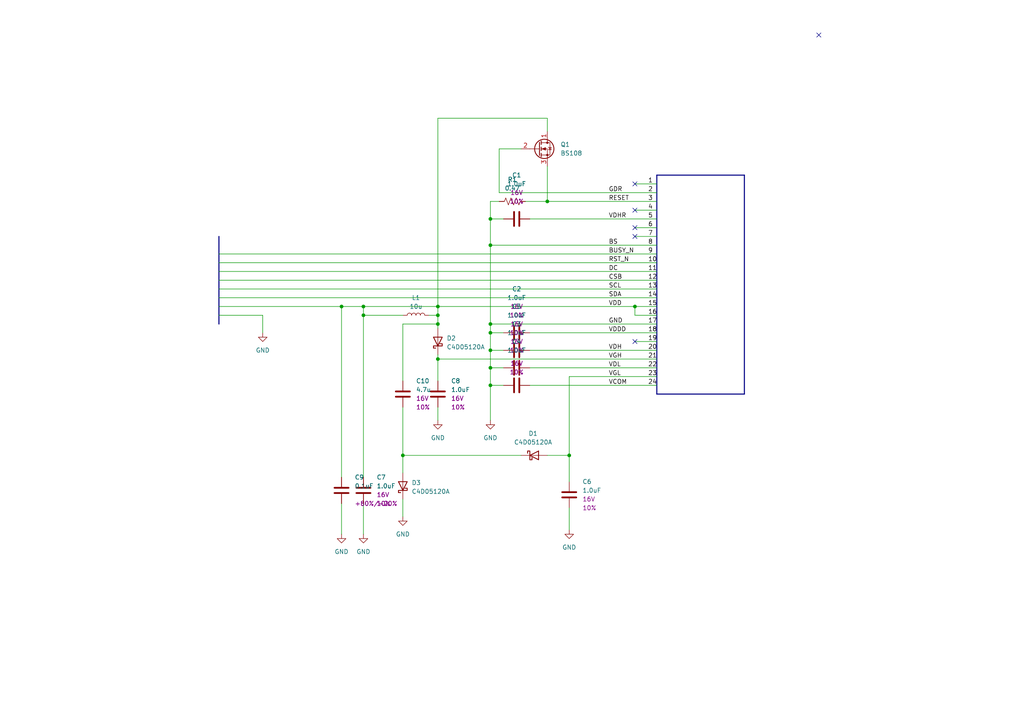
<source format=kicad_sch>
(kicad_sch (version 20230121) (generator eeschema)
  (paper "A4")
  (lib_symbols
    (symbol "Device:L" (pin_numbers hide) (pin_names (offset 1.016) hide)
      (property "Reference" "L" (at -1.27 0 90))
      (property "Value" "L" (at 1.905 0 90))
      (symbol "L_0_1"
        (arc (start 0 -2.54) (mid 0.6323 -1.905) (end 0 -1.27))
        (arc (start 0 -1.27) (mid 0.6323 -0.635) (end 0 0))
        (arc (start 0 0) (mid 0.6323 0.635) (end 0 1.27))
        (arc (start 0 1.27) (mid 0.6323 1.905) (end 0 2.54))
      )
      (symbol "L_1_1"
        (pin passive line (at 0 3.81 270) (length 1.27) (name "1") (number "1"))
        (pin passive line (at 0 -3.81 90) (length 1.27) (name "2") (number "2"))
      )
    )
    (symbol "Diode:C4D05120A" (pin_numbers hide) (pin_names (offset 1.016) hide)
      (property "Reference" "D" (at 0 2.54 0))
      (property "Value" "C4D05120A" (at 0 -2.54 0))
      (symbol "C4D05120A_0_1"
        (polyline (pts (xy 1.27 0) (xy -1.27 0)))
        (polyline (pts (xy 1.27 1.27) (xy 1.27 -1.27) (xy -1.27 0) (xy 1.27 1.27)) (stroke (width 0.254)))
        (polyline (pts (xy -1.905 0.635) (xy -1.905 1.27) (xy -1.27 1.27) (xy -1.27 -1.27) (xy -0.635 -1.27) (xy -0.635 -0.635)) (stroke (width 0.254)))
      )
      (symbol "C4D05120A_1_1"
        (pin passive line (at -3.81 0 0) (length 2.54) (name "K") (number "1"))
        (pin passive line (at 3.81 0 180) (length 2.54) (name "A") (number "2"))
      )
    )
    (symbol "SparkFun-Capacitor:0.1uF_0603_25V_20%" (pin_numbers hide) (pin_names (offset 0.254))
      (property "Reference" "C" (at 0.635 2.54 0))
      (property "Value" "0.1uF" (at 0.635 -2.54 0))
      (property "Voltage" "25V" (at 0 -6.35 0))
      (property "Tolerance" "+80%/-20%" (at 0 -8.89 0))
      (symbol "0.1uF_0603_25V_20%_0_1"
        (polyline (pts (xy -2.032 -0.762) (xy 2.032 -0.762)) (stroke (width 0.508)))
        (polyline (pts (xy -2.032 0.762) (xy 2.032 0.762)) (stroke (width 0.508)))
      )
      (symbol "0.1uF_0603_25V_20%_1_1"
        (pin passive line (at 0 3.81 270) (length 2.794) (name "~") (number "1"))
        (pin passive line (at 0 -3.81 90) (length 2.794) (name "~") (number "2"))
      )
    )
    (symbol "SparkFun-Capacitor:1.0uF_0603_16V_10%" (pin_numbers hide) (pin_names (offset 0.254))
      (property "Reference" "C" (at 0.635 2.54 0))
      (property "Value" "1.0uF" (at 0.635 -2.54 0))
      (property "Voltage" "16V" (at 0 -6.35 0))
      (property "Tolerance" "10%" (at 0 -8.89 0))
      (symbol "1.0uF_0603_16V_10%_0_1"
        (polyline (pts (xy -2.032 -0.762) (xy 2.032 -0.762)) (stroke (width 0.508)))
        (polyline (pts (xy -2.032 0.762) (xy 2.032 0.762)) (stroke (width 0.508)))
      )
      (symbol "1.0uF_0603_16V_10%_1_1"
        (pin passive line (at 0 3.81 270) (length 2.794) (name "~") (number "1"))
        (pin passive line (at 0 -3.81 90) (length 2.794) (name "~") (number "2"))
      )
    )
    (symbol "SparkFun-Resistor:R" (pin_numbers hide) (pin_names (offset 0))
      (property "Reference" "R" (at 2.54 0 90))
      (property "Value" "1k" (at -2.54 0 90))
      (symbol "R_0_1"
        (polyline (pts (xy 0 -2.286) (xy 0 -2.54)))
        (polyline (pts (xy 0 2.286) (xy 0 2.54)))
        (polyline (pts (xy 0 -0.762) (xy 1.016 -1.143) (xy 0 -1.524) (xy -1.016 -1.905) (xy 0 -2.286)))
        (polyline (pts (xy 0 0.762) (xy 1.016 0.381) (xy 0 0) (xy -1.016 -0.381) (xy 0 -0.762)))
        (polyline (pts (xy 0 2.286) (xy 1.016 1.905) (xy 0 1.524) (xy -1.016 1.143) (xy 0 0.762)))
      )
      (symbol "R_1_1"
        (pin passive line (at 0 3.81 270) (length 1.27) (name "~") (number "1"))
        (pin passive line (at 0 -3.81 90) (length 1.27) (name "~") (number "2"))
      )
    )
    (symbol "Transistor_FET:BS108" (pin_names hide)
      (property "Reference" "Q" (at 5.08 1.905 0))
      (property "Value" "BS108" (at 5.08 0 0))
      (symbol "BS108_0_1"
        (polyline (pts (xy 0.254 0) (xy -2.54 0)))
        (polyline (pts (xy 0.254 1.905) (xy 0.254 -1.905)) (stroke (width 0.254)))
        (polyline (pts (xy 0.762 -1.27) (xy 0.762 -2.286)) (stroke (width 0.254)))
        (polyline (pts (xy 0.762 0.508) (xy 0.762 -0.508)) (stroke (width 0.254)))
        (polyline (pts (xy 0.762 2.286) (xy 0.762 1.27)) (stroke (width 0.254)))
        (polyline (pts (xy 2.54 2.54) (xy 2.54 1.778)))
        (polyline (pts (xy 2.54 -2.54) (xy 2.54 0) (xy 0.762 0)))
        (polyline (pts (xy 0.762 -1.778) (xy 3.302 -1.778) (xy 3.302 1.778) (xy 0.762 1.778)))
        (polyline (pts (xy 1.016 0) (xy 2.032 0.381) (xy 2.032 -0.381) (xy 1.016 0)) (fill (type outline)))
        (polyline (pts (xy 2.794 0.508) (xy 2.921 0.381) (xy 3.683 0.381) (xy 3.81 0.254)))
        (polyline (pts (xy 3.302 0.381) (xy 2.921 -0.254) (xy 3.683 -0.254) (xy 3.302 0.381)))
        (circle (center 1.651 0) (radius 2.794) (stroke (width 0.254)))
        (circle (center 2.54 -1.778) (radius 0.254) (fill (type outline)))
        (circle (center 2.54 1.778) (radius 0.254) (fill (type outline)))
      )
      (symbol "BS108_1_1"
        (pin passive line (at 2.54 5.08 270) (length 2.54) (name "D") (number "1"))
        (pin input line (at -5.08 0 0) (length 2.54) (name "G") (number "2"))
        (pin passive line (at 2.54 -5.08 90) (length 2.54) (name "S") (number "3"))
      )
    )
    (symbol "power:GND" (power) (pin_names (offset 0))
      (property "Value" "GND" (at 0 -3.81 0))
      (symbol "GND_0_1"
        (polyline (pts (xy 0 0) (xy 0 -1.27) (xy 1.27 -1.27) (xy 0 -2.54) (xy -1.27 -1.27) (xy 0 -1.27)))
      )
      (symbol "GND_1_1"
        (pin power_in line (at 0 0 270) (length 0) hide (name "GND") (number "1"))
      )
    )
  )
  (junction (at 99.06 88.9))
  (junction (at 158.75 58.42))
  (junction (at 165.1 132.08))
  (junction (at 127 88.9))
  (junction (at 184.15 88.9))
  (junction (at 142.24 96.52))
  (junction (at 127 93.98))
  (junction (at 105.41 88.9))
  (junction (at 142.24 111.76))
  (junction (at 127 91.44))
  (junction (at 116.84 132.08))
  (junction (at 142.24 71.12))
  (junction (at 142.24 101.6))
  (junction (at 142.24 93.98))
  (junction (at 142.24 63.5))
  (junction (at 105.41 91.44))
  (junction (at 127 104.14))
  (junction (at 142.24 106.68))
  (no_connect (at 184.15 99.06))
  (no_connect (at 184.15 60.96))
  (no_connect (at 184.15 66.04))
  (no_connect (at 184.15 68.58))
  (no_connect (at 237.49 10.16))
  (no_connect (at 184.15 53.34))
  (wire (pts (xy 158.75 58.42) (xy 190.5 58.42)))
  (wire (pts (xy 142.24 93.98) (xy 142.24 96.52)))
  (wire (pts (xy 99.06 146.05) (xy 99.06 154.94)))
  (wire (pts (xy 142.24 58.42) (xy 142.24 63.5)))
  (wire (pts (xy 63.5 78.74) (xy 190.5 78.74)))
  (wire (pts (xy 153.67 63.5) (xy 190.5 63.5)))
  (bus (pts (xy 190.5 114.3) (xy 215.9 114.3)))
  (wire (pts (xy 124.46 91.44) (xy 127 91.44)))
  (wire (pts (xy 116.84 144.78) (xy 116.84 149.86)))
  (wire (pts (xy 63.5 88.9) (xy 99.06 88.9)))
  (wire (pts (xy 184.15 68.58) (xy 190.5 68.58)))
  (wire (pts (xy 142.24 93.98) (xy 190.5 93.98)))
  (wire (pts (xy 158.75 48.26) (xy 158.75 58.42)))
  (wire (pts (xy 142.24 71.12) (xy 190.5 71.12)))
  (wire (pts (xy 153.67 111.76) (xy 190.5 111.76)))
  (wire (pts (xy 190.5 88.9) (xy 184.15 88.9)))
  (wire (pts (xy 63.5 86.36) (xy 190.5 86.36)))
  (wire (pts (xy 184.15 66.04) (xy 190.5 66.04)))
  (wire (pts (xy 158.75 38.1) (xy 158.75 34.29)))
  (wire (pts (xy 146.05 63.5) (xy 142.24 63.5)))
  (wire (pts (xy 127 93.98) (xy 127 95.25)))
  (wire (pts (xy 127 91.44) (xy 127 93.98)))
  (bus (pts (xy 190.5 50.8) (xy 215.9 50.8)))
  (wire (pts (xy 142.24 106.68) (xy 142.24 111.76)))
  (wire (pts (xy 116.84 132.08) (xy 116.84 137.16)))
  (wire (pts (xy 127 34.29) (xy 127 88.9)))
  (wire (pts (xy 165.1 147.32) (xy 165.1 153.67)))
  (wire (pts (xy 105.41 91.44) (xy 116.84 91.44)))
  (wire (pts (xy 184.15 60.96) (xy 190.5 60.96)))
  (wire (pts (xy 144.78 55.88) (xy 144.78 43.18)))
  (wire (pts (xy 127 110.49) (xy 127 104.14)))
  (wire (pts (xy 184.15 53.34) (xy 190.5 53.34)))
  (wire (pts (xy 76.2 91.44) (xy 76.2 96.52)))
  (wire (pts (xy 184.15 88.9) (xy 184.15 91.44)))
  (wire (pts (xy 142.24 96.52) (xy 142.24 101.6)))
  (wire (pts (xy 153.67 96.52) (xy 190.5 96.52)))
  (wire (pts (xy 105.41 146.05) (xy 105.41 154.94)))
  (wire (pts (xy 99.06 88.9) (xy 105.41 88.9)))
  (wire (pts (xy 165.1 132.08) (xy 165.1 139.7)))
  (wire (pts (xy 127 102.87) (xy 127 104.14)))
  (wire (pts (xy 105.41 91.44) (xy 105.41 138.43)))
  (wire (pts (xy 142.24 101.6) (xy 146.05 101.6)))
  (wire (pts (xy 127 88.9) (xy 127 91.44)))
  (wire (pts (xy 142.24 111.76) (xy 142.24 121.92)))
  (wire (pts (xy 142.24 96.52) (xy 146.05 96.52)))
  (wire (pts (xy 105.41 88.9) (xy 105.41 91.44)))
  (wire (pts (xy 99.06 88.9) (xy 99.06 138.43)))
  (wire (pts (xy 127 104.14) (xy 190.5 104.14)))
  (wire (pts (xy 165.1 109.22) (xy 190.5 109.22)))
  (wire (pts (xy 127 88.9) (xy 184.15 88.9)))
  (bus (pts (xy 190.5 114.3) (xy 190.5 50.8)))
  (wire (pts (xy 63.5 91.44) (xy 76.2 91.44)))
  (wire (pts (xy 116.84 93.98) (xy 116.84 110.49)))
  (wire (pts (xy 63.5 73.66) (xy 190.5 73.66)))
  (wire (pts (xy 142.24 111.76) (xy 146.05 111.76)))
  (wire (pts (xy 116.84 118.11) (xy 116.84 132.08)))
  (wire (pts (xy 158.75 132.08) (xy 165.1 132.08)))
  (wire (pts (xy 144.78 58.42) (xy 142.24 58.42)))
  (wire (pts (xy 142.24 106.68) (xy 146.05 106.68)))
  (wire (pts (xy 127 93.98) (xy 116.84 93.98)))
  (wire (pts (xy 144.78 43.18) (xy 151.13 43.18)))
  (wire (pts (xy 142.24 101.6) (xy 142.24 106.68)))
  (wire (pts (xy 142.24 63.5) (xy 142.24 71.12)))
  (wire (pts (xy 127 118.11) (xy 127 121.92)))
  (wire (pts (xy 152.4 58.42) (xy 158.75 58.42)))
  (wire (pts (xy 116.84 132.08) (xy 151.13 132.08)))
  (wire (pts (xy 165.1 132.08) (xy 165.1 109.22)))
  (wire (pts (xy 142.24 71.12) (xy 142.24 93.98)))
  (wire (pts (xy 158.75 34.29) (xy 127 34.29)))
  (bus (pts (xy 215.9 50.8) (xy 215.9 114.3)))
  (bus (pts (xy 63.5 68.58) (xy 63.5 93.98)))
  (wire (pts (xy 63.5 76.2) (xy 190.5 76.2)))
  (wire (pts (xy 153.67 101.6) (xy 190.5 101.6)))
  (wire (pts (xy 105.41 88.9) (xy 127 88.9)))
  (wire (pts (xy 153.67 106.68) (xy 190.5 106.68)))
  (wire (pts (xy 190.5 91.44) (xy 184.15 91.44)))
  (wire (pts (xy 63.5 83.82) (xy 190.5 83.82)))
  (wire (pts (xy 184.15 99.06) (xy 190.5 99.06)))
  (wire (pts (xy 144.78 55.88) (xy 190.5 55.88)))
  (wire (pts (xy 63.5 81.28) (xy 190.5 81.28)))
  (label "10" (at 187.96 76.2 0))
  (label "VDHR" (at 176.53 63.5 0))
  (label "20" (at 187.96 101.6 0))
  (label "11" (at 187.96 78.74 0))
  (label "2" (at 187.96 55.88 0))
  (label "13" (at 187.96 83.82 0))
  (label "RESET" (at 176.53 58.42 0))
  (label "CSB" (at 176.53 81.28 0))
  (label "VDD" (at 176.53 88.9 0))
  (label "8" (at 187.96 71.12 0))
  (label "DC" (at 176.53 78.74 0))
  (label "VGL" (at 176.53 109.22 0))
  (label "24" (at 187.96 111.76 0))
  (label "9" (at 187.96 73.66 0))
  (label "5" (at 187.96 63.5 0))
  (label "23" (at 187.96 109.22 0))
  (label "1" (at 187.96 53.34 0))
  (label "BS" (at 176.53 71.12 0))
  (label "7" (at 187.96 68.58 0))
  (label "VDH" (at 176.53 101.6 0))
  (label "VCOM" (at 176.53 111.76 0))
  (label "17" (at 187.96 93.98 0))
  (label "VDDD" (at 176.53 96.52 0))
  (label "GDR" (at 176.53 55.88 0))
  (label "21" (at 187.96 104.14 0))
  (label "6" (at 187.96 66.04 0))
  (label "19" (at 187.96 99.06 0))
  (label "GND" (at 176.53 93.98 0))
  (label "3" (at 187.96 58.42 0))
  (label "VDL" (at 176.53 106.68 0))
  (label "VGH" (at 176.53 104.14 0))
  (label "RST_N" (at 176.53 76.2 0))
  (label "15" (at 187.96 88.9 0))
  (label "16" (at 187.96 91.44 0))
  (label "14" (at 187.96 86.36 0))
  (label "SCL" (at 176.53 83.82 0))
  (label "22" (at 187.96 106.68 0))
  (label "18" (at 187.96 96.52 0))
  (label "BUSY_N" (at 176.53 73.66 0))
  (label "4" (at 187.96 60.96 0))
  (label "SDA" (at 176.53 86.36 0))
  (label "12" (at 187.96 81.28 0))
  (symbol (lib_id "Diode:C4D05120A") (at 116.84 140.97 90) (unit 1)
    (property "Reference" "D3" (at 119.38 140.0175 90) (effects (justify right)))
    (property "Value" "C4D05120A" (at 119.38 142.5575 90) (effects (justify right)))
    (property "Footprint" "Package_TO_SOT_THT:TO-220-2_Vertical" (effects hide))
    (property "Datasheet" "https://www.wolfspeed.com/media/downloads/77/C4D05120A.pdf" (effects hide))
  )
  (symbol (lib_id "SparkFun-Capacitor:1.0uF_0603_16V_10%") (at 165.1 143.51 0) (unit 1)
    (property "Reference" "C6" (at 168.91 139.7 0) (effects (justify left)))
    (property "Value" "1.0uF" (at 168.91 142.24 0) (effects (justify left)))
    (property "Footprint" "SparkFun-Capacitor:C_0603_1608Metric" (effects hide))
    (property "Datasheet" "[link text](https://cdn.sparkfun.com/assets/8/a/4/a/5/Kemet_Capacitor_Datasheet.pdf)" (effects hide))
    (property "PROD_ID" "CAP-13930" (effects hide))
    (property "Voltage" "16V" (at 168.91 144.78 0) (effects (justify left)))
    (property "Tolerance" "10%" (at 168.91 147.32 0) (effects (justify left)))
  )
  (symbol (lib_id "Diode:C4D05120A") (at 154.94 132.08 0) (unit 1)
    (property "Reference" "D1" (at 154.6225 125.73 0))
    (property "Value" "C4D05120A" (at 154.6225 128.27 0))
    (property "Footprint" "Package_TO_SOT_THT:TO-220-2_Vertical" (effects hide))
    (property "Datasheet" "https://www.wolfspeed.com/media/downloads/77/C4D05120A.pdf" (effects hide))
  )
  (symbol (lib_id "power:GND") (at 142.24 121.92 0) (unit 1)
    (property "Reference" "#PWR02" (effects hide))
    (property "Value" "GND" (at 142.24 127 0))
  )
  (symbol (lib_id "Transistor_FET:BS108") (at 156.21 43.18 0) (unit 1)
    (property "Reference" "Q1" (at 162.56 41.91 0) (effects (justify left)))
    (property "Value" "BS108" (at 162.56 44.45 0) (effects (justify left)))
    (property "Footprint" "Package_TO_SOT_THT:TO-92_Inline" (effects hide))
    (property "Datasheet" "http://www.redrok.com/MOSFET_BS108_200V_250mA_8O_Vth1.5_TO-92.PDF" (effects hide))
  )
  (symbol (lib_id "SparkFun-Capacitor:1.0uF_0603_16V_10%") (at 149.86 96.52 270) (unit 1)
    (property "Reference" "C2" (at 149.86 83.82 90))
    (property "Value" "1.0uF" (at 149.86 86.36 90))
    (property "Footprint" "SparkFun-Capacitor:C_0603_1608Metric" (effects hide))
    (property "Datasheet" "[link text](https://cdn.sparkfun.com/assets/8/a/4/a/5/Kemet_Capacitor_Datasheet.pdf)" (effects hide))
    (property "PROD_ID" "CAP-13930" (effects hide))
    (property "Voltage" "16V" (at 149.86 88.9 90))
    (property "Tolerance" "10%" (at 149.86 91.44 90))
  )
  (symbol (lib_id "SparkFun-Capacitor:1.0uF_0603_16V_10%") (at 149.86 111.76 270) (unit 1)
    (property "Reference" "C4" (at 149.86 99.06 90))
    (property "Value" "1.0uF" (at 149.86 101.6 90))
    (property "Footprint" "SparkFun-Capacitor:C_0603_1608Metric" (effects hide))
    (property "Datasheet" "[link text](https://cdn.sparkfun.com/assets/8/a/4/a/5/Kemet_Capacitor_Datasheet.pdf)" (effects hide))
    (property "PROD_ID" "CAP-13930" (effects hide))
    (property "Voltage" "16V" (at 149.86 105.41 90))
    (property "Tolerance" "10%" (at 149.86 107.95 90))
  )
  (symbol (lib_id "SparkFun-Capacitor:1.0uF_0603_16V_10%") (at 105.41 142.24 0) (unit 1)
    (property "Reference" "C7" (at 109.22 138.43 0) (effects (justify left)))
    (property "Value" "1.0uF" (at 109.22 140.97 0) (effects (justify left)))
    (property "Footprint" "SparkFun-Capacitor:C_0603_1608Metric" (effects hide))
    (property "Datasheet" "[link text](https://cdn.sparkfun.com/assets/8/a/4/a/5/Kemet_Capacitor_Datasheet.pdf)" (effects hide))
    (property "PROD_ID" "CAP-13930" (effects hide))
    (property "Voltage" "16V" (at 109.22 143.51 0) (effects (justify left)))
    (property "Tolerance" "10%" (at 109.22 146.05 0) (effects (justify left)))
  )
  (symbol (lib_id "SparkFun-Capacitor:1.0uF_0603_16V_10%") (at 149.86 63.5 90) (unit 1)
    (property "Reference" "C1" (at 149.86 50.8 90))
    (property "Value" "1.0uF" (at 149.86 53.34 90))
    (property "Footprint" "SparkFun-Capacitor:C_0603_1608Metric" (effects hide))
    (property "Datasheet" "[link text](https://cdn.sparkfun.com/assets/8/a/4/a/5/Kemet_Capacitor_Datasheet.pdf)" (effects hide))
    (property "PROD_ID" "CAP-13930" (effects hide))
    (property "Voltage" "16V" (at 149.86 55.88 90))
    (property "Tolerance" "10%" (at 149.86 58.42 90))
  )
  (symbol (lib_id "power:GND") (at 76.2 96.52 0) (unit 1)
    (property "Reference" "#PWR07" (effects hide))
    (property "Value" "GND" (at 76.2 101.6 0))
  )
  (symbol (lib_id "power:GND") (at 127 121.92 0) (unit 1)
    (property "Reference" "#PWR01" (effects hide))
    (property "Value" "GND" (at 127 127 0))
  )
  (symbol (lib_id "Device:L") (at 120.65 91.44 90) (unit 1)
    (property "Reference" "L1" (at 120.65 86.36 90))
    (property "Value" "10u" (at 120.65 88.9 90))
  )
  (symbol (lib_id "Diode:C4D05120A") (at 127 99.06 90) (unit 1)
    (property "Reference" "D2" (at 129.54 98.1075 90) (effects (justify right)))
    (property "Value" "C4D05120A" (at 129.54 100.6475 90) (effects (justify right)))
    (property "Footprint" "Package_TO_SOT_THT:TO-220-2_Vertical" (effects hide))
    (property "Datasheet" "https://www.wolfspeed.com/media/downloads/77/C4D05120A.pdf" (effects hide))
  )
  (symbol (lib_id "SparkFun-Capacitor:1.0uF_0603_16V_10%") (at 149.86 101.6 270) (unit 1)
    (property "Reference" "C5" (at 149.86 88.9 90))
    (property "Value" "1.0uF" (at 149.86 91.44 90))
    (property "Footprint" "SparkFun-Capacitor:C_0603_1608Metric" (effects hide))
    (property "Datasheet" "[link text](https://cdn.sparkfun.com/assets/8/a/4/a/5/Kemet_Capacitor_Datasheet.pdf)" (effects hide))
    (property "PROD_ID" "CAP-13930" (effects hide))
    (property "Voltage" "16V" (at 149.86 93.98 90))
    (property "Tolerance" "10%" (at 149.86 96.52 90))
  )
  (symbol (lib_id "SparkFun-Capacitor:1.0uF_0603_16V_10%") (at 127 114.3 0) (unit 1)
    (property "Reference" "C8" (at 130.81 110.49 0) (effects (justify left)))
    (property "Value" "1.0uF" (at 130.81 113.03 0) (effects (justify left)))
    (property "Footprint" "SparkFun-Capacitor:C_0603_1608Metric" (effects hide))
    (property "Datasheet" "[link text](https://cdn.sparkfun.com/assets/8/a/4/a/5/Kemet_Capacitor_Datasheet.pdf)" (effects hide))
    (property "PROD_ID" "CAP-13930" (effects hide))
    (property "Voltage" "16V" (at 130.81 115.57 0) (effects (justify left)))
    (property "Tolerance" "10%" (at 130.81 118.11 0) (effects (justify left)))
  )
  (symbol (lib_id "power:GND") (at 116.84 149.86 0) (unit 1)
    (property "Reference" "#PWR06" (effects hide))
    (property "Value" "GND" (at 116.84 154.94 0))
  )
  (symbol (lib_id "SparkFun-Capacitor:1.0uF_0603_16V_10%") (at 116.84 114.3 0) (unit 1)
    (property "Reference" "C10" (at 120.65 110.49 0) (effects (justify left)))
    (property "Value" "4.7u" (at 120.65 113.03 0) (effects (justify left)))
    (property "Footprint" "SparkFun-Capacitor:C_0603_1608Metric" (effects hide))
    (property "Datasheet" "[link text](https://cdn.sparkfun.com/assets/8/a/4/a/5/Kemet_Capacitor_Datasheet.pdf)" (effects hide))
    (property "PROD_ID" "CAP-13930" (effects hide))
    (property "Voltage" "16V" (at 120.65 115.57 0) (effects (justify left)))
    (property "Tolerance" "10%" (at 120.65 118.11 0) (effects (justify left)))
  )
  (symbol (lib_id "power:GND") (at 99.06 154.94 0) (unit 1)
    (property "Reference" "#PWR05" (effects hide))
    (property "Value" "GND" (at 99.06 160.02 0))
  )
  (symbol (lib_id "power:GND") (at 165.1 153.67 0) (unit 1)
    (property "Reference" "#PWR03" (effects hide))
    (property "Value" "GND" (at 165.1 158.75 0))
  )
  (symbol (lib_id "SparkFun-Resistor:R") (at 148.59 58.42 90) (unit 1)
    (property "Reference" "R1" (at 148.59 52.07 90))
    (property "Value" "0.47" (at 148.59 54.61 90))
    (property "Footprint" "SparkFun-Resistor:R_0603_1608Metric" (effects hide))
    (property "Datasheet" "https://www.vishay.com/docs/20035/dcrcwe3.pdf" (effects hide))
    (property "PROD_ID" "RES-07856" (effects hide))
  )
  (symbol (lib_id "SparkFun-Capacitor:0.1uF_0603_25V_20%") (at 99.06 142.24 0) (unit 1)
    (property "Reference" "C9" (at 102.87 138.43 0) (effects (justify left)))
    (property "Value" "0.1uF" (at 102.87 140.97 0) (effects (justify left)))
    (property "Footprint" "SparkFun-Capacitor:C_0603_1608Metric" (effects hide))
    (property "Datasheet" "https://cdn.sparkfun.com/assets/8/a/4/a/5/Kemet_Capacitor_Datasheet.pdf" (effects hide))
    (property "PROD_ID" "CAP-00810" (effects hide))
    (property "Voltage" "25V" (effects hide))
    (property "Tolerance" "+80%/-20%" (at 102.87 146.05 0) (effects (justify left)))
  )
  (symbol (lib_id "power:GND") (at 105.41 154.94 0) (unit 1)
    (property "Reference" "#PWR04" (effects hide))
    (property "Value" "GND" (at 105.41 160.02 0))
  )
  (symbol (lib_id "SparkFun-Capacitor:1.0uF_0603_16V_10%") (at 149.86 106.68 270) (unit 1)
    (property "Reference" "C3" (at 149.86 93.98 90))
    (property "Value" "1.0uF" (at 149.86 96.52 90))
    (property "Footprint" "SparkFun-Capacitor:C_0603_1608Metric" (effects hide))
    (property "Datasheet" "[link text](https://cdn.sparkfun.com/assets/8/a/4/a/5/Kemet_Capacitor_Datasheet.pdf)" (effects hide))
    (property "PROD_ID" "CAP-13930" (effects hide))
    (property "Voltage" "16V" (at 149.86 99.06 90))
    (property "Tolerance" "10%" (at 149.86 101.6 90))
  )
)
</source>
